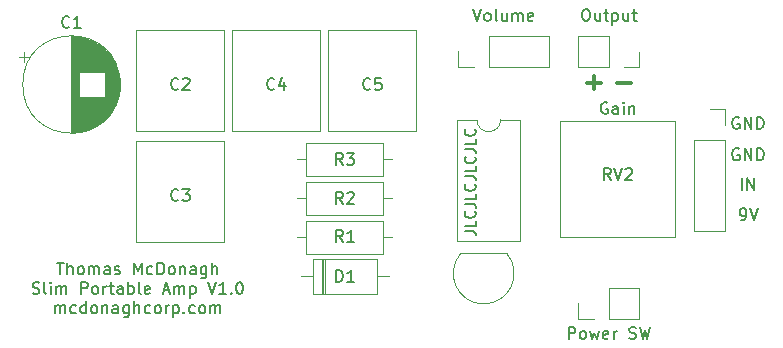
<source format=gbr>
G04 #@! TF.GenerationSoftware,KiCad,Pcbnew,(5.1.6)-1*
G04 #@! TF.CreationDate,2021-04-21T11:19:52-05:00*
G04 #@! TF.ProjectId,PortableAmpSlim,506f7274-6162-46c6-9541-6d70536c696d,rev?*
G04 #@! TF.SameCoordinates,Original*
G04 #@! TF.FileFunction,Legend,Top*
G04 #@! TF.FilePolarity,Positive*
%FSLAX46Y46*%
G04 Gerber Fmt 4.6, Leading zero omitted, Abs format (unit mm)*
G04 Created by KiCad (PCBNEW (5.1.6)-1) date 2021-04-21 11:19:52*
%MOMM*%
%LPD*%
G01*
G04 APERTURE LIST*
%ADD10C,0.150000*%
%ADD11C,0.300000*%
%ADD12C,0.120000*%
G04 APERTURE END LIST*
D10*
X144287142Y-77182142D02*
X144930000Y-77182142D01*
X145058571Y-77225000D01*
X145144285Y-77310714D01*
X145187142Y-77439285D01*
X145187142Y-77525000D01*
X145187142Y-76325000D02*
X145187142Y-76753571D01*
X144287142Y-76753571D01*
X145101428Y-75510714D02*
X145144285Y-75553571D01*
X145187142Y-75682142D01*
X145187142Y-75767857D01*
X145144285Y-75896428D01*
X145058571Y-75982142D01*
X144972857Y-76025000D01*
X144801428Y-76067857D01*
X144672857Y-76067857D01*
X144501428Y-76025000D01*
X144415714Y-75982142D01*
X144330000Y-75896428D01*
X144287142Y-75767857D01*
X144287142Y-75682142D01*
X144330000Y-75553571D01*
X144372857Y-75510714D01*
X144287142Y-74867857D02*
X144930000Y-74867857D01*
X145058571Y-74910714D01*
X145144285Y-74996428D01*
X145187142Y-75125000D01*
X145187142Y-75210714D01*
X145187142Y-74010714D02*
X145187142Y-74439285D01*
X144287142Y-74439285D01*
X145101428Y-73196428D02*
X145144285Y-73239285D01*
X145187142Y-73367857D01*
X145187142Y-73453571D01*
X145144285Y-73582142D01*
X145058571Y-73667857D01*
X144972857Y-73710714D01*
X144801428Y-73753571D01*
X144672857Y-73753571D01*
X144501428Y-73710714D01*
X144415714Y-73667857D01*
X144330000Y-73582142D01*
X144287142Y-73453571D01*
X144287142Y-73367857D01*
X144330000Y-73239285D01*
X144372857Y-73196428D01*
X144287142Y-72553571D02*
X144930000Y-72553571D01*
X145058571Y-72596428D01*
X145144285Y-72682142D01*
X145187142Y-72810714D01*
X145187142Y-72896428D01*
X145187142Y-71696428D02*
X145187142Y-72125000D01*
X144287142Y-72125000D01*
X145101428Y-70882142D02*
X145144285Y-70925000D01*
X145187142Y-71053571D01*
X145187142Y-71139285D01*
X145144285Y-71267857D01*
X145058571Y-71353571D01*
X144972857Y-71396428D01*
X144801428Y-71439285D01*
X144672857Y-71439285D01*
X144501428Y-71396428D01*
X144415714Y-71353571D01*
X144330000Y-71267857D01*
X144287142Y-71139285D01*
X144287142Y-71053571D01*
X144330000Y-70925000D01*
X144372857Y-70882142D01*
X144287142Y-70239285D02*
X144930000Y-70239285D01*
X145058571Y-70282142D01*
X145144285Y-70367857D01*
X145187142Y-70496428D01*
X145187142Y-70582142D01*
X145187142Y-69382142D02*
X145187142Y-69810714D01*
X144287142Y-69810714D01*
X145101428Y-68567857D02*
X145144285Y-68610714D01*
X145187142Y-68739285D01*
X145187142Y-68825000D01*
X145144285Y-68953571D01*
X145058571Y-69039285D01*
X144972857Y-69082142D01*
X144801428Y-69125000D01*
X144672857Y-69125000D01*
X144501428Y-69082142D01*
X144415714Y-69039285D01*
X144330000Y-68953571D01*
X144287142Y-68825000D01*
X144287142Y-68739285D01*
X144330000Y-68610714D01*
X144372857Y-68567857D01*
X109728857Y-79844380D02*
X110300285Y-79844380D01*
X110014571Y-80844380D02*
X110014571Y-79844380D01*
X110633619Y-80844380D02*
X110633619Y-79844380D01*
X111062190Y-80844380D02*
X111062190Y-80320571D01*
X111014571Y-80225333D01*
X110919333Y-80177714D01*
X110776476Y-80177714D01*
X110681238Y-80225333D01*
X110633619Y-80272952D01*
X111681238Y-80844380D02*
X111586000Y-80796761D01*
X111538380Y-80749142D01*
X111490761Y-80653904D01*
X111490761Y-80368190D01*
X111538380Y-80272952D01*
X111586000Y-80225333D01*
X111681238Y-80177714D01*
X111824095Y-80177714D01*
X111919333Y-80225333D01*
X111966952Y-80272952D01*
X112014571Y-80368190D01*
X112014571Y-80653904D01*
X111966952Y-80749142D01*
X111919333Y-80796761D01*
X111824095Y-80844380D01*
X111681238Y-80844380D01*
X112443142Y-80844380D02*
X112443142Y-80177714D01*
X112443142Y-80272952D02*
X112490761Y-80225333D01*
X112586000Y-80177714D01*
X112728857Y-80177714D01*
X112824095Y-80225333D01*
X112871714Y-80320571D01*
X112871714Y-80844380D01*
X112871714Y-80320571D02*
X112919333Y-80225333D01*
X113014571Y-80177714D01*
X113157428Y-80177714D01*
X113252666Y-80225333D01*
X113300285Y-80320571D01*
X113300285Y-80844380D01*
X114205047Y-80844380D02*
X114205047Y-80320571D01*
X114157428Y-80225333D01*
X114062190Y-80177714D01*
X113871714Y-80177714D01*
X113776476Y-80225333D01*
X114205047Y-80796761D02*
X114109809Y-80844380D01*
X113871714Y-80844380D01*
X113776476Y-80796761D01*
X113728857Y-80701523D01*
X113728857Y-80606285D01*
X113776476Y-80511047D01*
X113871714Y-80463428D01*
X114109809Y-80463428D01*
X114205047Y-80415809D01*
X114633619Y-80796761D02*
X114728857Y-80844380D01*
X114919333Y-80844380D01*
X115014571Y-80796761D01*
X115062190Y-80701523D01*
X115062190Y-80653904D01*
X115014571Y-80558666D01*
X114919333Y-80511047D01*
X114776476Y-80511047D01*
X114681238Y-80463428D01*
X114633619Y-80368190D01*
X114633619Y-80320571D01*
X114681238Y-80225333D01*
X114776476Y-80177714D01*
X114919333Y-80177714D01*
X115014571Y-80225333D01*
X116252666Y-80844380D02*
X116252666Y-79844380D01*
X116586000Y-80558666D01*
X116919333Y-79844380D01*
X116919333Y-80844380D01*
X117824095Y-80796761D02*
X117728857Y-80844380D01*
X117538380Y-80844380D01*
X117443142Y-80796761D01*
X117395523Y-80749142D01*
X117347904Y-80653904D01*
X117347904Y-80368190D01*
X117395523Y-80272952D01*
X117443142Y-80225333D01*
X117538380Y-80177714D01*
X117728857Y-80177714D01*
X117824095Y-80225333D01*
X118252666Y-80844380D02*
X118252666Y-79844380D01*
X118490761Y-79844380D01*
X118633619Y-79892000D01*
X118728857Y-79987238D01*
X118776476Y-80082476D01*
X118824095Y-80272952D01*
X118824095Y-80415809D01*
X118776476Y-80606285D01*
X118728857Y-80701523D01*
X118633619Y-80796761D01*
X118490761Y-80844380D01*
X118252666Y-80844380D01*
X119395523Y-80844380D02*
X119300285Y-80796761D01*
X119252666Y-80749142D01*
X119205047Y-80653904D01*
X119205047Y-80368190D01*
X119252666Y-80272952D01*
X119300285Y-80225333D01*
X119395523Y-80177714D01*
X119538380Y-80177714D01*
X119633619Y-80225333D01*
X119681238Y-80272952D01*
X119728857Y-80368190D01*
X119728857Y-80653904D01*
X119681238Y-80749142D01*
X119633619Y-80796761D01*
X119538380Y-80844380D01*
X119395523Y-80844380D01*
X120157428Y-80177714D02*
X120157428Y-80844380D01*
X120157428Y-80272952D02*
X120205047Y-80225333D01*
X120300285Y-80177714D01*
X120443142Y-80177714D01*
X120538380Y-80225333D01*
X120586000Y-80320571D01*
X120586000Y-80844380D01*
X121490761Y-80844380D02*
X121490761Y-80320571D01*
X121443142Y-80225333D01*
X121347904Y-80177714D01*
X121157428Y-80177714D01*
X121062190Y-80225333D01*
X121490761Y-80796761D02*
X121395523Y-80844380D01*
X121157428Y-80844380D01*
X121062190Y-80796761D01*
X121014571Y-80701523D01*
X121014571Y-80606285D01*
X121062190Y-80511047D01*
X121157428Y-80463428D01*
X121395523Y-80463428D01*
X121490761Y-80415809D01*
X122395523Y-80177714D02*
X122395523Y-80987238D01*
X122347904Y-81082476D01*
X122300285Y-81130095D01*
X122205047Y-81177714D01*
X122062190Y-81177714D01*
X121966952Y-81130095D01*
X122395523Y-80796761D02*
X122300285Y-80844380D01*
X122109809Y-80844380D01*
X122014571Y-80796761D01*
X121966952Y-80749142D01*
X121919333Y-80653904D01*
X121919333Y-80368190D01*
X121966952Y-80272952D01*
X122014571Y-80225333D01*
X122109809Y-80177714D01*
X122300285Y-80177714D01*
X122395523Y-80225333D01*
X122871714Y-80844380D02*
X122871714Y-79844380D01*
X123300285Y-80844380D02*
X123300285Y-80320571D01*
X123252666Y-80225333D01*
X123157428Y-80177714D01*
X123014571Y-80177714D01*
X122919333Y-80225333D01*
X122871714Y-80272952D01*
X107681238Y-82446761D02*
X107824095Y-82494380D01*
X108062190Y-82494380D01*
X108157428Y-82446761D01*
X108205047Y-82399142D01*
X108252666Y-82303904D01*
X108252666Y-82208666D01*
X108205047Y-82113428D01*
X108157428Y-82065809D01*
X108062190Y-82018190D01*
X107871714Y-81970571D01*
X107776476Y-81922952D01*
X107728857Y-81875333D01*
X107681238Y-81780095D01*
X107681238Y-81684857D01*
X107728857Y-81589619D01*
X107776476Y-81542000D01*
X107871714Y-81494380D01*
X108109809Y-81494380D01*
X108252666Y-81542000D01*
X108824095Y-82494380D02*
X108728857Y-82446761D01*
X108681238Y-82351523D01*
X108681238Y-81494380D01*
X109205047Y-82494380D02*
X109205047Y-81827714D01*
X109205047Y-81494380D02*
X109157428Y-81542000D01*
X109205047Y-81589619D01*
X109252666Y-81542000D01*
X109205047Y-81494380D01*
X109205047Y-81589619D01*
X109681238Y-82494380D02*
X109681238Y-81827714D01*
X109681238Y-81922952D02*
X109728857Y-81875333D01*
X109824095Y-81827714D01*
X109966952Y-81827714D01*
X110062190Y-81875333D01*
X110109809Y-81970571D01*
X110109809Y-82494380D01*
X110109809Y-81970571D02*
X110157428Y-81875333D01*
X110252666Y-81827714D01*
X110395523Y-81827714D01*
X110490761Y-81875333D01*
X110538380Y-81970571D01*
X110538380Y-82494380D01*
X111776476Y-82494380D02*
X111776476Y-81494380D01*
X112157428Y-81494380D01*
X112252666Y-81542000D01*
X112300285Y-81589619D01*
X112347904Y-81684857D01*
X112347904Y-81827714D01*
X112300285Y-81922952D01*
X112252666Y-81970571D01*
X112157428Y-82018190D01*
X111776476Y-82018190D01*
X112919333Y-82494380D02*
X112824095Y-82446761D01*
X112776476Y-82399142D01*
X112728857Y-82303904D01*
X112728857Y-82018190D01*
X112776476Y-81922952D01*
X112824095Y-81875333D01*
X112919333Y-81827714D01*
X113062190Y-81827714D01*
X113157428Y-81875333D01*
X113205047Y-81922952D01*
X113252666Y-82018190D01*
X113252666Y-82303904D01*
X113205047Y-82399142D01*
X113157428Y-82446761D01*
X113062190Y-82494380D01*
X112919333Y-82494380D01*
X113681238Y-82494380D02*
X113681238Y-81827714D01*
X113681238Y-82018190D02*
X113728857Y-81922952D01*
X113776476Y-81875333D01*
X113871714Y-81827714D01*
X113966952Y-81827714D01*
X114157428Y-81827714D02*
X114538380Y-81827714D01*
X114300285Y-81494380D02*
X114300285Y-82351523D01*
X114347904Y-82446761D01*
X114443142Y-82494380D01*
X114538380Y-82494380D01*
X115300285Y-82494380D02*
X115300285Y-81970571D01*
X115252666Y-81875333D01*
X115157428Y-81827714D01*
X114966952Y-81827714D01*
X114871714Y-81875333D01*
X115300285Y-82446761D02*
X115205047Y-82494380D01*
X114966952Y-82494380D01*
X114871714Y-82446761D01*
X114824095Y-82351523D01*
X114824095Y-82256285D01*
X114871714Y-82161047D01*
X114966952Y-82113428D01*
X115205047Y-82113428D01*
X115300285Y-82065809D01*
X115776476Y-82494380D02*
X115776476Y-81494380D01*
X115776476Y-81875333D02*
X115871714Y-81827714D01*
X116062190Y-81827714D01*
X116157428Y-81875333D01*
X116205047Y-81922952D01*
X116252666Y-82018190D01*
X116252666Y-82303904D01*
X116205047Y-82399142D01*
X116157428Y-82446761D01*
X116062190Y-82494380D01*
X115871714Y-82494380D01*
X115776476Y-82446761D01*
X116824095Y-82494380D02*
X116728857Y-82446761D01*
X116681238Y-82351523D01*
X116681238Y-81494380D01*
X117586000Y-82446761D02*
X117490761Y-82494380D01*
X117300285Y-82494380D01*
X117205047Y-82446761D01*
X117157428Y-82351523D01*
X117157428Y-81970571D01*
X117205047Y-81875333D01*
X117300285Y-81827714D01*
X117490761Y-81827714D01*
X117586000Y-81875333D01*
X117633619Y-81970571D01*
X117633619Y-82065809D01*
X117157428Y-82161047D01*
X118776476Y-82208666D02*
X119252666Y-82208666D01*
X118681238Y-82494380D02*
X119014571Y-81494380D01*
X119347904Y-82494380D01*
X119681238Y-82494380D02*
X119681238Y-81827714D01*
X119681238Y-81922952D02*
X119728857Y-81875333D01*
X119824095Y-81827714D01*
X119966952Y-81827714D01*
X120062190Y-81875333D01*
X120109809Y-81970571D01*
X120109809Y-82494380D01*
X120109809Y-81970571D02*
X120157428Y-81875333D01*
X120252666Y-81827714D01*
X120395523Y-81827714D01*
X120490761Y-81875333D01*
X120538380Y-81970571D01*
X120538380Y-82494380D01*
X121014571Y-81827714D02*
X121014571Y-82827714D01*
X121014571Y-81875333D02*
X121109809Y-81827714D01*
X121300285Y-81827714D01*
X121395523Y-81875333D01*
X121443142Y-81922952D01*
X121490761Y-82018190D01*
X121490761Y-82303904D01*
X121443142Y-82399142D01*
X121395523Y-82446761D01*
X121300285Y-82494380D01*
X121109809Y-82494380D01*
X121014571Y-82446761D01*
X122538380Y-81494380D02*
X122871714Y-82494380D01*
X123205047Y-81494380D01*
X124062190Y-82494380D02*
X123490761Y-82494380D01*
X123776476Y-82494380D02*
X123776476Y-81494380D01*
X123681238Y-81637238D01*
X123586000Y-81732476D01*
X123490761Y-81780095D01*
X124490761Y-82399142D02*
X124538380Y-82446761D01*
X124490761Y-82494380D01*
X124443142Y-82446761D01*
X124490761Y-82399142D01*
X124490761Y-82494380D01*
X125157428Y-81494380D02*
X125252666Y-81494380D01*
X125347904Y-81542000D01*
X125395523Y-81589619D01*
X125443142Y-81684857D01*
X125490761Y-81875333D01*
X125490761Y-82113428D01*
X125443142Y-82303904D01*
X125395523Y-82399142D01*
X125347904Y-82446761D01*
X125252666Y-82494380D01*
X125157428Y-82494380D01*
X125062190Y-82446761D01*
X125014571Y-82399142D01*
X124966952Y-82303904D01*
X124919333Y-82113428D01*
X124919333Y-81875333D01*
X124966952Y-81684857D01*
X125014571Y-81589619D01*
X125062190Y-81542000D01*
X125157428Y-81494380D01*
X109586000Y-84144380D02*
X109586000Y-83477714D01*
X109586000Y-83572952D02*
X109633619Y-83525333D01*
X109728857Y-83477714D01*
X109871714Y-83477714D01*
X109966952Y-83525333D01*
X110014571Y-83620571D01*
X110014571Y-84144380D01*
X110014571Y-83620571D02*
X110062190Y-83525333D01*
X110157428Y-83477714D01*
X110300285Y-83477714D01*
X110395523Y-83525333D01*
X110443142Y-83620571D01*
X110443142Y-84144380D01*
X111347904Y-84096761D02*
X111252666Y-84144380D01*
X111062190Y-84144380D01*
X110966952Y-84096761D01*
X110919333Y-84049142D01*
X110871714Y-83953904D01*
X110871714Y-83668190D01*
X110919333Y-83572952D01*
X110966952Y-83525333D01*
X111062190Y-83477714D01*
X111252666Y-83477714D01*
X111347904Y-83525333D01*
X112205047Y-84144380D02*
X112205047Y-83144380D01*
X112205047Y-84096761D02*
X112109809Y-84144380D01*
X111919333Y-84144380D01*
X111824095Y-84096761D01*
X111776476Y-84049142D01*
X111728857Y-83953904D01*
X111728857Y-83668190D01*
X111776476Y-83572952D01*
X111824095Y-83525333D01*
X111919333Y-83477714D01*
X112109809Y-83477714D01*
X112205047Y-83525333D01*
X112824095Y-84144380D02*
X112728857Y-84096761D01*
X112681238Y-84049142D01*
X112633619Y-83953904D01*
X112633619Y-83668190D01*
X112681238Y-83572952D01*
X112728857Y-83525333D01*
X112824095Y-83477714D01*
X112966952Y-83477714D01*
X113062190Y-83525333D01*
X113109809Y-83572952D01*
X113157428Y-83668190D01*
X113157428Y-83953904D01*
X113109809Y-84049142D01*
X113062190Y-84096761D01*
X112966952Y-84144380D01*
X112824095Y-84144380D01*
X113586000Y-83477714D02*
X113586000Y-84144380D01*
X113586000Y-83572952D02*
X113633619Y-83525333D01*
X113728857Y-83477714D01*
X113871714Y-83477714D01*
X113966952Y-83525333D01*
X114014571Y-83620571D01*
X114014571Y-84144380D01*
X114919333Y-84144380D02*
X114919333Y-83620571D01*
X114871714Y-83525333D01*
X114776476Y-83477714D01*
X114586000Y-83477714D01*
X114490761Y-83525333D01*
X114919333Y-84096761D02*
X114824095Y-84144380D01*
X114586000Y-84144380D01*
X114490761Y-84096761D01*
X114443142Y-84001523D01*
X114443142Y-83906285D01*
X114490761Y-83811047D01*
X114586000Y-83763428D01*
X114824095Y-83763428D01*
X114919333Y-83715809D01*
X115824095Y-83477714D02*
X115824095Y-84287238D01*
X115776476Y-84382476D01*
X115728857Y-84430095D01*
X115633619Y-84477714D01*
X115490761Y-84477714D01*
X115395523Y-84430095D01*
X115824095Y-84096761D02*
X115728857Y-84144380D01*
X115538380Y-84144380D01*
X115443142Y-84096761D01*
X115395523Y-84049142D01*
X115347904Y-83953904D01*
X115347904Y-83668190D01*
X115395523Y-83572952D01*
X115443142Y-83525333D01*
X115538380Y-83477714D01*
X115728857Y-83477714D01*
X115824095Y-83525333D01*
X116300285Y-84144380D02*
X116300285Y-83144380D01*
X116728857Y-84144380D02*
X116728857Y-83620571D01*
X116681238Y-83525333D01*
X116586000Y-83477714D01*
X116443142Y-83477714D01*
X116347904Y-83525333D01*
X116300285Y-83572952D01*
X117633619Y-84096761D02*
X117538380Y-84144380D01*
X117347904Y-84144380D01*
X117252666Y-84096761D01*
X117205047Y-84049142D01*
X117157428Y-83953904D01*
X117157428Y-83668190D01*
X117205047Y-83572952D01*
X117252666Y-83525333D01*
X117347904Y-83477714D01*
X117538380Y-83477714D01*
X117633619Y-83525333D01*
X118205047Y-84144380D02*
X118109809Y-84096761D01*
X118062190Y-84049142D01*
X118014571Y-83953904D01*
X118014571Y-83668190D01*
X118062190Y-83572952D01*
X118109809Y-83525333D01*
X118205047Y-83477714D01*
X118347904Y-83477714D01*
X118443142Y-83525333D01*
X118490761Y-83572952D01*
X118538380Y-83668190D01*
X118538380Y-83953904D01*
X118490761Y-84049142D01*
X118443142Y-84096761D01*
X118347904Y-84144380D01*
X118205047Y-84144380D01*
X118966952Y-84144380D02*
X118966952Y-83477714D01*
X118966952Y-83668190D02*
X119014571Y-83572952D01*
X119062190Y-83525333D01*
X119157428Y-83477714D01*
X119252666Y-83477714D01*
X119586000Y-83477714D02*
X119586000Y-84477714D01*
X119586000Y-83525333D02*
X119681238Y-83477714D01*
X119871714Y-83477714D01*
X119966952Y-83525333D01*
X120014571Y-83572952D01*
X120062190Y-83668190D01*
X120062190Y-83953904D01*
X120014571Y-84049142D01*
X119966952Y-84096761D01*
X119871714Y-84144380D01*
X119681238Y-84144380D01*
X119586000Y-84096761D01*
X120490761Y-84049142D02*
X120538380Y-84096761D01*
X120490761Y-84144380D01*
X120443142Y-84096761D01*
X120490761Y-84049142D01*
X120490761Y-84144380D01*
X121395523Y-84096761D02*
X121300285Y-84144380D01*
X121109809Y-84144380D01*
X121014571Y-84096761D01*
X120966952Y-84049142D01*
X120919333Y-83953904D01*
X120919333Y-83668190D01*
X120966952Y-83572952D01*
X121014571Y-83525333D01*
X121109809Y-83477714D01*
X121300285Y-83477714D01*
X121395523Y-83525333D01*
X121966952Y-84144380D02*
X121871714Y-84096761D01*
X121824095Y-84049142D01*
X121776476Y-83953904D01*
X121776476Y-83668190D01*
X121824095Y-83572952D01*
X121871714Y-83525333D01*
X121966952Y-83477714D01*
X122109809Y-83477714D01*
X122205047Y-83525333D01*
X122252666Y-83572952D01*
X122300285Y-83668190D01*
X122300285Y-83953904D01*
X122252666Y-84049142D01*
X122205047Y-84096761D01*
X122109809Y-84144380D01*
X121966952Y-84144380D01*
X122728857Y-84144380D02*
X122728857Y-83477714D01*
X122728857Y-83572952D02*
X122776476Y-83525333D01*
X122871714Y-83477714D01*
X123014571Y-83477714D01*
X123109809Y-83525333D01*
X123157428Y-83620571D01*
X123157428Y-84144380D01*
X123157428Y-83620571D02*
X123205047Y-83525333D01*
X123300285Y-83477714D01*
X123443142Y-83477714D01*
X123538380Y-83525333D01*
X123586000Y-83620571D01*
X123586000Y-84144380D01*
X167630952Y-76262380D02*
X167821428Y-76262380D01*
X167916666Y-76214761D01*
X167964285Y-76167142D01*
X168059523Y-76024285D01*
X168107142Y-75833809D01*
X168107142Y-75452857D01*
X168059523Y-75357619D01*
X168011904Y-75310000D01*
X167916666Y-75262380D01*
X167726190Y-75262380D01*
X167630952Y-75310000D01*
X167583333Y-75357619D01*
X167535714Y-75452857D01*
X167535714Y-75690952D01*
X167583333Y-75786190D01*
X167630952Y-75833809D01*
X167726190Y-75881428D01*
X167916666Y-75881428D01*
X168011904Y-75833809D01*
X168059523Y-75786190D01*
X168107142Y-75690952D01*
X168392857Y-75262380D02*
X168726190Y-76262380D01*
X169059523Y-75262380D01*
X167726190Y-73722380D02*
X167726190Y-72722380D01*
X168202380Y-73722380D02*
X168202380Y-72722380D01*
X168773809Y-73722380D01*
X168773809Y-72722380D01*
X167488095Y-70230000D02*
X167392857Y-70182380D01*
X167250000Y-70182380D01*
X167107142Y-70230000D01*
X167011904Y-70325238D01*
X166964285Y-70420476D01*
X166916666Y-70610952D01*
X166916666Y-70753809D01*
X166964285Y-70944285D01*
X167011904Y-71039523D01*
X167107142Y-71134761D01*
X167250000Y-71182380D01*
X167345238Y-71182380D01*
X167488095Y-71134761D01*
X167535714Y-71087142D01*
X167535714Y-70753809D01*
X167345238Y-70753809D01*
X167964285Y-71182380D02*
X167964285Y-70182380D01*
X168535714Y-71182380D01*
X168535714Y-70182380D01*
X169011904Y-71182380D02*
X169011904Y-70182380D01*
X169250000Y-70182380D01*
X169392857Y-70230000D01*
X169488095Y-70325238D01*
X169535714Y-70420476D01*
X169583333Y-70610952D01*
X169583333Y-70753809D01*
X169535714Y-70944285D01*
X169488095Y-71039523D01*
X169392857Y-71134761D01*
X169250000Y-71182380D01*
X169011904Y-71182380D01*
X167488095Y-67572000D02*
X167392857Y-67524380D01*
X167250000Y-67524380D01*
X167107142Y-67572000D01*
X167011904Y-67667238D01*
X166964285Y-67762476D01*
X166916666Y-67952952D01*
X166916666Y-68095809D01*
X166964285Y-68286285D01*
X167011904Y-68381523D01*
X167107142Y-68476761D01*
X167250000Y-68524380D01*
X167345238Y-68524380D01*
X167488095Y-68476761D01*
X167535714Y-68429142D01*
X167535714Y-68095809D01*
X167345238Y-68095809D01*
X167964285Y-68524380D02*
X167964285Y-67524380D01*
X168535714Y-68524380D01*
X168535714Y-67524380D01*
X169011904Y-68524380D02*
X169011904Y-67524380D01*
X169250000Y-67524380D01*
X169392857Y-67572000D01*
X169488095Y-67667238D01*
X169535714Y-67762476D01*
X169583333Y-67952952D01*
X169583333Y-68095809D01*
X169535714Y-68286285D01*
X169488095Y-68381523D01*
X169392857Y-68476761D01*
X169250000Y-68524380D01*
X169011904Y-68524380D01*
X153059238Y-86304380D02*
X153059238Y-85304380D01*
X153440190Y-85304380D01*
X153535428Y-85352000D01*
X153583047Y-85399619D01*
X153630666Y-85494857D01*
X153630666Y-85637714D01*
X153583047Y-85732952D01*
X153535428Y-85780571D01*
X153440190Y-85828190D01*
X153059238Y-85828190D01*
X154202095Y-86304380D02*
X154106857Y-86256761D01*
X154059238Y-86209142D01*
X154011619Y-86113904D01*
X154011619Y-85828190D01*
X154059238Y-85732952D01*
X154106857Y-85685333D01*
X154202095Y-85637714D01*
X154344952Y-85637714D01*
X154440190Y-85685333D01*
X154487809Y-85732952D01*
X154535428Y-85828190D01*
X154535428Y-86113904D01*
X154487809Y-86209142D01*
X154440190Y-86256761D01*
X154344952Y-86304380D01*
X154202095Y-86304380D01*
X154868761Y-85637714D02*
X155059238Y-86304380D01*
X155249714Y-85828190D01*
X155440190Y-86304380D01*
X155630666Y-85637714D01*
X156392571Y-86256761D02*
X156297333Y-86304380D01*
X156106857Y-86304380D01*
X156011619Y-86256761D01*
X155964000Y-86161523D01*
X155964000Y-85780571D01*
X156011619Y-85685333D01*
X156106857Y-85637714D01*
X156297333Y-85637714D01*
X156392571Y-85685333D01*
X156440190Y-85780571D01*
X156440190Y-85875809D01*
X155964000Y-85971047D01*
X156868761Y-86304380D02*
X156868761Y-85637714D01*
X156868761Y-85828190D02*
X156916380Y-85732952D01*
X156964000Y-85685333D01*
X157059238Y-85637714D01*
X157154476Y-85637714D01*
X158202095Y-86256761D02*
X158344952Y-86304380D01*
X158583047Y-86304380D01*
X158678285Y-86256761D01*
X158725904Y-86209142D01*
X158773523Y-86113904D01*
X158773523Y-86018666D01*
X158725904Y-85923428D01*
X158678285Y-85875809D01*
X158583047Y-85828190D01*
X158392571Y-85780571D01*
X158297333Y-85732952D01*
X158249714Y-85685333D01*
X158202095Y-85590095D01*
X158202095Y-85494857D01*
X158249714Y-85399619D01*
X158297333Y-85352000D01*
X158392571Y-85304380D01*
X158630666Y-85304380D01*
X158773523Y-85352000D01*
X159106857Y-85304380D02*
X159344952Y-86304380D01*
X159535428Y-85590095D01*
X159725904Y-86304380D01*
X159964000Y-85304380D01*
D11*
X157162571Y-64607142D02*
X158305428Y-64607142D01*
X154622571Y-64607142D02*
X155765428Y-64607142D01*
X155194000Y-65178571D02*
X155194000Y-64035714D01*
D10*
X144978761Y-58380380D02*
X145312095Y-59380380D01*
X145645428Y-58380380D01*
X146121619Y-59380380D02*
X146026380Y-59332761D01*
X145978761Y-59285142D01*
X145931142Y-59189904D01*
X145931142Y-58904190D01*
X145978761Y-58808952D01*
X146026380Y-58761333D01*
X146121619Y-58713714D01*
X146264476Y-58713714D01*
X146359714Y-58761333D01*
X146407333Y-58808952D01*
X146454952Y-58904190D01*
X146454952Y-59189904D01*
X146407333Y-59285142D01*
X146359714Y-59332761D01*
X146264476Y-59380380D01*
X146121619Y-59380380D01*
X147026380Y-59380380D02*
X146931142Y-59332761D01*
X146883523Y-59237523D01*
X146883523Y-58380380D01*
X147835904Y-58713714D02*
X147835904Y-59380380D01*
X147407333Y-58713714D02*
X147407333Y-59237523D01*
X147454952Y-59332761D01*
X147550190Y-59380380D01*
X147693047Y-59380380D01*
X147788285Y-59332761D01*
X147835904Y-59285142D01*
X148312095Y-59380380D02*
X148312095Y-58713714D01*
X148312095Y-58808952D02*
X148359714Y-58761333D01*
X148454952Y-58713714D01*
X148597809Y-58713714D01*
X148693047Y-58761333D01*
X148740666Y-58856571D01*
X148740666Y-59380380D01*
X148740666Y-58856571D02*
X148788285Y-58761333D01*
X148883523Y-58713714D01*
X149026380Y-58713714D01*
X149121619Y-58761333D01*
X149169238Y-58856571D01*
X149169238Y-59380380D01*
X150026380Y-59332761D02*
X149931142Y-59380380D01*
X149740666Y-59380380D01*
X149645428Y-59332761D01*
X149597809Y-59237523D01*
X149597809Y-58856571D01*
X149645428Y-58761333D01*
X149740666Y-58713714D01*
X149931142Y-58713714D01*
X150026380Y-58761333D01*
X150074000Y-58856571D01*
X150074000Y-58951809D01*
X149597809Y-59047047D01*
X156345047Y-66302000D02*
X156249809Y-66254380D01*
X156106952Y-66254380D01*
X155964095Y-66302000D01*
X155868857Y-66397238D01*
X155821238Y-66492476D01*
X155773619Y-66682952D01*
X155773619Y-66825809D01*
X155821238Y-67016285D01*
X155868857Y-67111523D01*
X155964095Y-67206761D01*
X156106952Y-67254380D01*
X156202190Y-67254380D01*
X156345047Y-67206761D01*
X156392666Y-67159142D01*
X156392666Y-66825809D01*
X156202190Y-66825809D01*
X157249809Y-67254380D02*
X157249809Y-66730571D01*
X157202190Y-66635333D01*
X157106952Y-66587714D01*
X156916476Y-66587714D01*
X156821238Y-66635333D01*
X157249809Y-67206761D02*
X157154571Y-67254380D01*
X156916476Y-67254380D01*
X156821238Y-67206761D01*
X156773619Y-67111523D01*
X156773619Y-67016285D01*
X156821238Y-66921047D01*
X156916476Y-66873428D01*
X157154571Y-66873428D01*
X157249809Y-66825809D01*
X157726000Y-67254380D02*
X157726000Y-66587714D01*
X157726000Y-66254380D02*
X157678380Y-66302000D01*
X157726000Y-66349619D01*
X157773619Y-66302000D01*
X157726000Y-66254380D01*
X157726000Y-66349619D01*
X158202190Y-66587714D02*
X158202190Y-67254380D01*
X158202190Y-66682952D02*
X158249809Y-66635333D01*
X158345047Y-66587714D01*
X158487904Y-66587714D01*
X158583142Y-66635333D01*
X158630761Y-66730571D01*
X158630761Y-67254380D01*
X154440190Y-58380380D02*
X154630666Y-58380380D01*
X154725904Y-58428000D01*
X154821142Y-58523238D01*
X154868761Y-58713714D01*
X154868761Y-59047047D01*
X154821142Y-59237523D01*
X154725904Y-59332761D01*
X154630666Y-59380380D01*
X154440190Y-59380380D01*
X154344952Y-59332761D01*
X154249714Y-59237523D01*
X154202095Y-59047047D01*
X154202095Y-58713714D01*
X154249714Y-58523238D01*
X154344952Y-58428000D01*
X154440190Y-58380380D01*
X155725904Y-58713714D02*
X155725904Y-59380380D01*
X155297333Y-58713714D02*
X155297333Y-59237523D01*
X155344952Y-59332761D01*
X155440190Y-59380380D01*
X155583047Y-59380380D01*
X155678285Y-59332761D01*
X155725904Y-59285142D01*
X156059238Y-58713714D02*
X156440190Y-58713714D01*
X156202095Y-58380380D02*
X156202095Y-59237523D01*
X156249714Y-59332761D01*
X156344952Y-59380380D01*
X156440190Y-59380380D01*
X156773523Y-58713714D02*
X156773523Y-59713714D01*
X156773523Y-58761333D02*
X156868761Y-58713714D01*
X157059238Y-58713714D01*
X157154476Y-58761333D01*
X157202095Y-58808952D01*
X157249714Y-58904190D01*
X157249714Y-59189904D01*
X157202095Y-59285142D01*
X157154476Y-59332761D01*
X157059238Y-59380380D01*
X156868761Y-59380380D01*
X156773523Y-59332761D01*
X158106857Y-58713714D02*
X158106857Y-59380380D01*
X157678285Y-58713714D02*
X157678285Y-59237523D01*
X157725904Y-59332761D01*
X157821142Y-59380380D01*
X157964000Y-59380380D01*
X158059238Y-59332761D01*
X158106857Y-59285142D01*
X158440190Y-58713714D02*
X158821142Y-58713714D01*
X158583047Y-58380380D02*
X158583047Y-59237523D01*
X158630666Y-59332761D01*
X158725904Y-59380380D01*
X158821142Y-59380380D01*
D12*
G04 #@! TO.C,C1*
X115090000Y-64770000D02*
G75*
G03*
X115090000Y-64770000I-4120000J0D01*
G01*
X110970000Y-60690000D02*
X110970000Y-68850000D01*
X111010000Y-60690000D02*
X111010000Y-68850000D01*
X111050000Y-60690000D02*
X111050000Y-68850000D01*
X111090000Y-60691000D02*
X111090000Y-68849000D01*
X111130000Y-60693000D02*
X111130000Y-68847000D01*
X111170000Y-60694000D02*
X111170000Y-68846000D01*
X111210000Y-60696000D02*
X111210000Y-68844000D01*
X111250000Y-60699000D02*
X111250000Y-68841000D01*
X111290000Y-60702000D02*
X111290000Y-68838000D01*
X111330000Y-60705000D02*
X111330000Y-68835000D01*
X111370000Y-60709000D02*
X111370000Y-68831000D01*
X111410000Y-60713000D02*
X111410000Y-68827000D01*
X111450000Y-60718000D02*
X111450000Y-68822000D01*
X111490000Y-60722000D02*
X111490000Y-68818000D01*
X111530000Y-60728000D02*
X111530000Y-68812000D01*
X111570000Y-60733000D02*
X111570000Y-68807000D01*
X111610000Y-60740000D02*
X111610000Y-68800000D01*
X111650000Y-60746000D02*
X111650000Y-68794000D01*
X111691000Y-60753000D02*
X111691000Y-63730000D01*
X111691000Y-65810000D02*
X111691000Y-68787000D01*
X111731000Y-60760000D02*
X111731000Y-63730000D01*
X111731000Y-65810000D02*
X111731000Y-68780000D01*
X111771000Y-60768000D02*
X111771000Y-63730000D01*
X111771000Y-65810000D02*
X111771000Y-68772000D01*
X111811000Y-60776000D02*
X111811000Y-63730000D01*
X111811000Y-65810000D02*
X111811000Y-68764000D01*
X111851000Y-60785000D02*
X111851000Y-63730000D01*
X111851000Y-65810000D02*
X111851000Y-68755000D01*
X111891000Y-60794000D02*
X111891000Y-63730000D01*
X111891000Y-65810000D02*
X111891000Y-68746000D01*
X111931000Y-60803000D02*
X111931000Y-63730000D01*
X111931000Y-65810000D02*
X111931000Y-68737000D01*
X111971000Y-60813000D02*
X111971000Y-63730000D01*
X111971000Y-65810000D02*
X111971000Y-68727000D01*
X112011000Y-60823000D02*
X112011000Y-63730000D01*
X112011000Y-65810000D02*
X112011000Y-68717000D01*
X112051000Y-60834000D02*
X112051000Y-63730000D01*
X112051000Y-65810000D02*
X112051000Y-68706000D01*
X112091000Y-60845000D02*
X112091000Y-63730000D01*
X112091000Y-65810000D02*
X112091000Y-68695000D01*
X112131000Y-60856000D02*
X112131000Y-63730000D01*
X112131000Y-65810000D02*
X112131000Y-68684000D01*
X112171000Y-60868000D02*
X112171000Y-63730000D01*
X112171000Y-65810000D02*
X112171000Y-68672000D01*
X112211000Y-60881000D02*
X112211000Y-63730000D01*
X112211000Y-65810000D02*
X112211000Y-68659000D01*
X112251000Y-60893000D02*
X112251000Y-63730000D01*
X112251000Y-65810000D02*
X112251000Y-68647000D01*
X112291000Y-60907000D02*
X112291000Y-63730000D01*
X112291000Y-65810000D02*
X112291000Y-68633000D01*
X112331000Y-60920000D02*
X112331000Y-63730000D01*
X112331000Y-65810000D02*
X112331000Y-68620000D01*
X112371000Y-60935000D02*
X112371000Y-63730000D01*
X112371000Y-65810000D02*
X112371000Y-68605000D01*
X112411000Y-60949000D02*
X112411000Y-63730000D01*
X112411000Y-65810000D02*
X112411000Y-68591000D01*
X112451000Y-60965000D02*
X112451000Y-63730000D01*
X112451000Y-65810000D02*
X112451000Y-68575000D01*
X112491000Y-60980000D02*
X112491000Y-63730000D01*
X112491000Y-65810000D02*
X112491000Y-68560000D01*
X112531000Y-60996000D02*
X112531000Y-63730000D01*
X112531000Y-65810000D02*
X112531000Y-68544000D01*
X112571000Y-61013000D02*
X112571000Y-63730000D01*
X112571000Y-65810000D02*
X112571000Y-68527000D01*
X112611000Y-61030000D02*
X112611000Y-63730000D01*
X112611000Y-65810000D02*
X112611000Y-68510000D01*
X112651000Y-61048000D02*
X112651000Y-63730000D01*
X112651000Y-65810000D02*
X112651000Y-68492000D01*
X112691000Y-61066000D02*
X112691000Y-63730000D01*
X112691000Y-65810000D02*
X112691000Y-68474000D01*
X112731000Y-61084000D02*
X112731000Y-63730000D01*
X112731000Y-65810000D02*
X112731000Y-68456000D01*
X112771000Y-61104000D02*
X112771000Y-63730000D01*
X112771000Y-65810000D02*
X112771000Y-68436000D01*
X112811000Y-61123000D02*
X112811000Y-63730000D01*
X112811000Y-65810000D02*
X112811000Y-68417000D01*
X112851000Y-61143000D02*
X112851000Y-63730000D01*
X112851000Y-65810000D02*
X112851000Y-68397000D01*
X112891000Y-61164000D02*
X112891000Y-63730000D01*
X112891000Y-65810000D02*
X112891000Y-68376000D01*
X112931000Y-61186000D02*
X112931000Y-63730000D01*
X112931000Y-65810000D02*
X112931000Y-68354000D01*
X112971000Y-61208000D02*
X112971000Y-63730000D01*
X112971000Y-65810000D02*
X112971000Y-68332000D01*
X113011000Y-61230000D02*
X113011000Y-63730000D01*
X113011000Y-65810000D02*
X113011000Y-68310000D01*
X113051000Y-61253000D02*
X113051000Y-63730000D01*
X113051000Y-65810000D02*
X113051000Y-68287000D01*
X113091000Y-61277000D02*
X113091000Y-63730000D01*
X113091000Y-65810000D02*
X113091000Y-68263000D01*
X113131000Y-61301000D02*
X113131000Y-63730000D01*
X113131000Y-65810000D02*
X113131000Y-68239000D01*
X113171000Y-61326000D02*
X113171000Y-63730000D01*
X113171000Y-65810000D02*
X113171000Y-68214000D01*
X113211000Y-61352000D02*
X113211000Y-63730000D01*
X113211000Y-65810000D02*
X113211000Y-68188000D01*
X113251000Y-61378000D02*
X113251000Y-63730000D01*
X113251000Y-65810000D02*
X113251000Y-68162000D01*
X113291000Y-61405000D02*
X113291000Y-63730000D01*
X113291000Y-65810000D02*
X113291000Y-68135000D01*
X113331000Y-61432000D02*
X113331000Y-63730000D01*
X113331000Y-65810000D02*
X113331000Y-68108000D01*
X113371000Y-61461000D02*
X113371000Y-63730000D01*
X113371000Y-65810000D02*
X113371000Y-68079000D01*
X113411000Y-61490000D02*
X113411000Y-63730000D01*
X113411000Y-65810000D02*
X113411000Y-68050000D01*
X113451000Y-61520000D02*
X113451000Y-63730000D01*
X113451000Y-65810000D02*
X113451000Y-68020000D01*
X113491000Y-61550000D02*
X113491000Y-63730000D01*
X113491000Y-65810000D02*
X113491000Y-67990000D01*
X113531000Y-61581000D02*
X113531000Y-63730000D01*
X113531000Y-65810000D02*
X113531000Y-67959000D01*
X113571000Y-61614000D02*
X113571000Y-63730000D01*
X113571000Y-65810000D02*
X113571000Y-67926000D01*
X113611000Y-61646000D02*
X113611000Y-63730000D01*
X113611000Y-65810000D02*
X113611000Y-67894000D01*
X113651000Y-61680000D02*
X113651000Y-63730000D01*
X113651000Y-65810000D02*
X113651000Y-67860000D01*
X113691000Y-61715000D02*
X113691000Y-63730000D01*
X113691000Y-65810000D02*
X113691000Y-67825000D01*
X113731000Y-61751000D02*
X113731000Y-63730000D01*
X113731000Y-65810000D02*
X113731000Y-67789000D01*
X113771000Y-61787000D02*
X113771000Y-67753000D01*
X113811000Y-61825000D02*
X113811000Y-67715000D01*
X113851000Y-61863000D02*
X113851000Y-67677000D01*
X113891000Y-61903000D02*
X113891000Y-67637000D01*
X113931000Y-61944000D02*
X113931000Y-67596000D01*
X113971000Y-61986000D02*
X113971000Y-67554000D01*
X114011000Y-62029000D02*
X114011000Y-67511000D01*
X114051000Y-62073000D02*
X114051000Y-67467000D01*
X114091000Y-62119000D02*
X114091000Y-67421000D01*
X114131000Y-62166000D02*
X114131000Y-67374000D01*
X114171000Y-62214000D02*
X114171000Y-67326000D01*
X114211000Y-62265000D02*
X114211000Y-67275000D01*
X114251000Y-62316000D02*
X114251000Y-67224000D01*
X114291000Y-62370000D02*
X114291000Y-67170000D01*
X114331000Y-62425000D02*
X114331000Y-67115000D01*
X114371000Y-62483000D02*
X114371000Y-67057000D01*
X114411000Y-62542000D02*
X114411000Y-66998000D01*
X114451000Y-62604000D02*
X114451000Y-66936000D01*
X114491000Y-62668000D02*
X114491000Y-66872000D01*
X114531000Y-62736000D02*
X114531000Y-66804000D01*
X114571000Y-62806000D02*
X114571000Y-66734000D01*
X114611000Y-62880000D02*
X114611000Y-66660000D01*
X114651000Y-62957000D02*
X114651000Y-66583000D01*
X114691000Y-63039000D02*
X114691000Y-66501000D01*
X114731000Y-63125000D02*
X114731000Y-66415000D01*
X114771000Y-63218000D02*
X114771000Y-66322000D01*
X114811000Y-63317000D02*
X114811000Y-66223000D01*
X114851000Y-63424000D02*
X114851000Y-66116000D01*
X114891000Y-63541000D02*
X114891000Y-65999000D01*
X114931000Y-63672000D02*
X114931000Y-65868000D01*
X114971000Y-63822000D02*
X114971000Y-65718000D01*
X115011000Y-64002000D02*
X115011000Y-65538000D01*
X115051000Y-64237000D02*
X115051000Y-65303000D01*
X106560302Y-62455000D02*
X107360302Y-62455000D01*
X106960302Y-62055000D02*
X106960302Y-62855000D01*
G04 #@! TO.C,C2*
X116462000Y-68680000D02*
X116462000Y-60190000D01*
X123902000Y-68680000D02*
X123902000Y-60190000D01*
X123902000Y-60190000D02*
X116462000Y-60190000D01*
X123902000Y-68680000D02*
X116462000Y-68680000D01*
G04 #@! TO.C,C3*
X123902000Y-78078000D02*
X116462000Y-78078000D01*
X123902000Y-69588000D02*
X116462000Y-69588000D01*
X123902000Y-78078000D02*
X123902000Y-69588000D01*
X116462000Y-78078000D02*
X116462000Y-69588000D01*
G04 #@! TO.C,C4*
X132030000Y-68680000D02*
X124590000Y-68680000D01*
X132030000Y-60190000D02*
X124590000Y-60190000D01*
X132030000Y-68680000D02*
X132030000Y-60190000D01*
X124590000Y-68680000D02*
X124590000Y-60190000D01*
G04 #@! TO.C,C5*
X132718000Y-68680000D02*
X132718000Y-60190000D01*
X140158000Y-68680000D02*
X140158000Y-60190000D01*
X140158000Y-60190000D02*
X132718000Y-60190000D01*
X140158000Y-68680000D02*
X132718000Y-68680000D01*
G04 #@! TO.C,D1*
X131392000Y-79556000D02*
X131392000Y-82496000D01*
X131392000Y-82496000D02*
X136832000Y-82496000D01*
X136832000Y-82496000D02*
X136832000Y-79556000D01*
X136832000Y-79556000D02*
X131392000Y-79556000D01*
X130372000Y-81026000D02*
X131392000Y-81026000D01*
X137852000Y-81026000D02*
X136832000Y-81026000D01*
X132292000Y-79556000D02*
X132292000Y-82496000D01*
X132412000Y-79556000D02*
X132412000Y-82496000D01*
X132172000Y-79556000D02*
X132172000Y-82496000D01*
G04 #@! TO.C,J1*
X163670000Y-69460000D02*
X166330000Y-69460000D01*
X163670000Y-69460000D02*
X163670000Y-77140000D01*
X163670000Y-77140000D02*
X166330000Y-77140000D01*
X166330000Y-69460000D02*
X166330000Y-77140000D01*
X166330000Y-66860000D02*
X166330000Y-68190000D01*
X165000000Y-66860000D02*
X166330000Y-66860000D01*
G04 #@! TO.C,J2*
X156464000Y-60670000D02*
X156464000Y-63330000D01*
X156464000Y-60670000D02*
X153864000Y-60670000D01*
X153864000Y-60670000D02*
X153864000Y-63330000D01*
X156464000Y-63330000D02*
X153864000Y-63330000D01*
X159064000Y-63330000D02*
X157734000Y-63330000D01*
X159064000Y-62000000D02*
X159064000Y-63330000D01*
G04 #@! TO.C,Q1*
X147816000Y-79072000D02*
X143966000Y-79072000D01*
X143927389Y-79081878D02*
G75*
G03*
X147816000Y-79072000I1948611J-1690122D01*
G01*
G04 #@! TO.C,R1*
X130072000Y-77724000D02*
X130842000Y-77724000D01*
X138152000Y-77724000D02*
X137382000Y-77724000D01*
X130842000Y-79094000D02*
X137382000Y-79094000D01*
X130842000Y-76354000D02*
X130842000Y-79094000D01*
X137382000Y-76354000D02*
X130842000Y-76354000D01*
X137382000Y-79094000D02*
X137382000Y-76354000D01*
G04 #@! TO.C,R2*
X137382000Y-75792000D02*
X137382000Y-73052000D01*
X137382000Y-73052000D02*
X130842000Y-73052000D01*
X130842000Y-73052000D02*
X130842000Y-75792000D01*
X130842000Y-75792000D02*
X137382000Y-75792000D01*
X138152000Y-74422000D02*
X137382000Y-74422000D01*
X130072000Y-74422000D02*
X130842000Y-74422000D01*
G04 #@! TO.C,R3*
X137382000Y-72490000D02*
X137382000Y-69750000D01*
X137382000Y-69750000D02*
X130842000Y-69750000D01*
X130842000Y-69750000D02*
X130842000Y-72490000D01*
X130842000Y-72490000D02*
X137382000Y-72490000D01*
X138152000Y-71120000D02*
X137382000Y-71120000D01*
X130072000Y-71120000D02*
X130842000Y-71120000D01*
G04 #@! TO.C,RV1*
X143704000Y-63306000D02*
X143704000Y-61976000D01*
X145034000Y-63306000D02*
X143704000Y-63306000D01*
X146304000Y-63306000D02*
X146304000Y-60646000D01*
X146304000Y-60646000D02*
X151444000Y-60646000D01*
X146304000Y-63306000D02*
X151444000Y-63306000D01*
X151444000Y-63306000D02*
X151444000Y-60646000D01*
G04 #@! TO.C,SW1*
X159064000Y-84642000D02*
X159064000Y-81982000D01*
X156464000Y-84642000D02*
X159064000Y-84642000D01*
X156464000Y-81982000D02*
X159064000Y-81982000D01*
X156464000Y-84642000D02*
X156464000Y-81982000D01*
X155194000Y-84642000D02*
X153864000Y-84642000D01*
X153864000Y-84642000D02*
X153864000Y-83312000D01*
G04 #@! TO.C,U1*
X145304000Y-67758000D02*
X143654000Y-67758000D01*
X143654000Y-67758000D02*
X143654000Y-78038000D01*
X143654000Y-78038000D02*
X148954000Y-78038000D01*
X148954000Y-78038000D02*
X148954000Y-67758000D01*
X148954000Y-67758000D02*
X147304000Y-67758000D01*
X147304000Y-67758000D02*
G75*
G02*
X145304000Y-67758000I-1000000J0D01*
G01*
G04 #@! TO.C,RV2*
X162111000Y-67874000D02*
X162111000Y-77644000D01*
X152341000Y-67874000D02*
X152341000Y-77644000D01*
X162111000Y-67874000D02*
X152341000Y-67874000D01*
X162111000Y-77644000D02*
X152341000Y-77644000D01*
G04 #@! TO.C,C1*
D10*
X110803333Y-59877142D02*
X110755714Y-59924761D01*
X110612857Y-59972380D01*
X110517619Y-59972380D01*
X110374761Y-59924761D01*
X110279523Y-59829523D01*
X110231904Y-59734285D01*
X110184285Y-59543809D01*
X110184285Y-59400952D01*
X110231904Y-59210476D01*
X110279523Y-59115238D01*
X110374761Y-59020000D01*
X110517619Y-58972380D01*
X110612857Y-58972380D01*
X110755714Y-59020000D01*
X110803333Y-59067619D01*
X111755714Y-59972380D02*
X111184285Y-59972380D01*
X111470000Y-59972380D02*
X111470000Y-58972380D01*
X111374761Y-59115238D01*
X111279523Y-59210476D01*
X111184285Y-59258095D01*
G04 #@! TO.C,C2*
X120015333Y-65127142D02*
X119967714Y-65174761D01*
X119824857Y-65222380D01*
X119729619Y-65222380D01*
X119586761Y-65174761D01*
X119491523Y-65079523D01*
X119443904Y-64984285D01*
X119396285Y-64793809D01*
X119396285Y-64650952D01*
X119443904Y-64460476D01*
X119491523Y-64365238D01*
X119586761Y-64270000D01*
X119729619Y-64222380D01*
X119824857Y-64222380D01*
X119967714Y-64270000D01*
X120015333Y-64317619D01*
X120396285Y-64317619D02*
X120443904Y-64270000D01*
X120539142Y-64222380D01*
X120777238Y-64222380D01*
X120872476Y-64270000D01*
X120920095Y-64317619D01*
X120967714Y-64412857D01*
X120967714Y-64508095D01*
X120920095Y-64650952D01*
X120348666Y-65222380D01*
X120967714Y-65222380D01*
G04 #@! TO.C,C3*
X120015333Y-74525142D02*
X119967714Y-74572761D01*
X119824857Y-74620380D01*
X119729619Y-74620380D01*
X119586761Y-74572761D01*
X119491523Y-74477523D01*
X119443904Y-74382285D01*
X119396285Y-74191809D01*
X119396285Y-74048952D01*
X119443904Y-73858476D01*
X119491523Y-73763238D01*
X119586761Y-73668000D01*
X119729619Y-73620380D01*
X119824857Y-73620380D01*
X119967714Y-73668000D01*
X120015333Y-73715619D01*
X120348666Y-73620380D02*
X120967714Y-73620380D01*
X120634380Y-74001333D01*
X120777238Y-74001333D01*
X120872476Y-74048952D01*
X120920095Y-74096571D01*
X120967714Y-74191809D01*
X120967714Y-74429904D01*
X120920095Y-74525142D01*
X120872476Y-74572761D01*
X120777238Y-74620380D01*
X120491523Y-74620380D01*
X120396285Y-74572761D01*
X120348666Y-74525142D01*
G04 #@! TO.C,C4*
X128143333Y-65127142D02*
X128095714Y-65174761D01*
X127952857Y-65222380D01*
X127857619Y-65222380D01*
X127714761Y-65174761D01*
X127619523Y-65079523D01*
X127571904Y-64984285D01*
X127524285Y-64793809D01*
X127524285Y-64650952D01*
X127571904Y-64460476D01*
X127619523Y-64365238D01*
X127714761Y-64270000D01*
X127857619Y-64222380D01*
X127952857Y-64222380D01*
X128095714Y-64270000D01*
X128143333Y-64317619D01*
X129000476Y-64555714D02*
X129000476Y-65222380D01*
X128762380Y-64174761D02*
X128524285Y-64889047D01*
X129143333Y-64889047D01*
G04 #@! TO.C,C5*
X136271333Y-65127142D02*
X136223714Y-65174761D01*
X136080857Y-65222380D01*
X135985619Y-65222380D01*
X135842761Y-65174761D01*
X135747523Y-65079523D01*
X135699904Y-64984285D01*
X135652285Y-64793809D01*
X135652285Y-64650952D01*
X135699904Y-64460476D01*
X135747523Y-64365238D01*
X135842761Y-64270000D01*
X135985619Y-64222380D01*
X136080857Y-64222380D01*
X136223714Y-64270000D01*
X136271333Y-64317619D01*
X137176095Y-64222380D02*
X136699904Y-64222380D01*
X136652285Y-64698571D01*
X136699904Y-64650952D01*
X136795142Y-64603333D01*
X137033238Y-64603333D01*
X137128476Y-64650952D01*
X137176095Y-64698571D01*
X137223714Y-64793809D01*
X137223714Y-65031904D01*
X137176095Y-65127142D01*
X137128476Y-65174761D01*
X137033238Y-65222380D01*
X136795142Y-65222380D01*
X136699904Y-65174761D01*
X136652285Y-65127142D01*
G04 #@! TO.C,D1*
X133373904Y-81478380D02*
X133373904Y-80478380D01*
X133612000Y-80478380D01*
X133754857Y-80526000D01*
X133850095Y-80621238D01*
X133897714Y-80716476D01*
X133945333Y-80906952D01*
X133945333Y-81049809D01*
X133897714Y-81240285D01*
X133850095Y-81335523D01*
X133754857Y-81430761D01*
X133612000Y-81478380D01*
X133373904Y-81478380D01*
X134897714Y-81478380D02*
X134326285Y-81478380D01*
X134612000Y-81478380D02*
X134612000Y-80478380D01*
X134516761Y-80621238D01*
X134421523Y-80716476D01*
X134326285Y-80764095D01*
G04 #@! TO.C,R1*
X133945333Y-78095381D02*
X133612000Y-77619191D01*
X133373904Y-78095381D02*
X133373904Y-77095381D01*
X133754857Y-77095381D01*
X133850095Y-77143001D01*
X133897714Y-77190620D01*
X133945333Y-77285858D01*
X133945333Y-77428715D01*
X133897714Y-77523953D01*
X133850095Y-77571572D01*
X133754857Y-77619191D01*
X133373904Y-77619191D01*
X134897714Y-78095381D02*
X134326285Y-78095381D01*
X134612000Y-78095381D02*
X134612000Y-77095381D01*
X134516761Y-77238239D01*
X134421523Y-77333477D01*
X134326285Y-77381096D01*
G04 #@! TO.C,R2*
X133944334Y-74875381D02*
X133611001Y-74399191D01*
X133372905Y-74875381D02*
X133372905Y-73875381D01*
X133753858Y-73875381D01*
X133849096Y-73923001D01*
X133896715Y-73970620D01*
X133944334Y-74065858D01*
X133944334Y-74208715D01*
X133896715Y-74303953D01*
X133849096Y-74351572D01*
X133753858Y-74399191D01*
X133372905Y-74399191D01*
X134325286Y-73970620D02*
X134372905Y-73923001D01*
X134468143Y-73875381D01*
X134706239Y-73875381D01*
X134801477Y-73923001D01*
X134849096Y-73970620D01*
X134896715Y-74065858D01*
X134896715Y-74161096D01*
X134849096Y-74303953D01*
X134277667Y-74875381D01*
X134896715Y-74875381D01*
G04 #@! TO.C,R3*
X133945333Y-71572380D02*
X133612000Y-71096190D01*
X133373904Y-71572380D02*
X133373904Y-70572380D01*
X133754857Y-70572380D01*
X133850095Y-70620000D01*
X133897714Y-70667619D01*
X133945333Y-70762857D01*
X133945333Y-70905714D01*
X133897714Y-71000952D01*
X133850095Y-71048571D01*
X133754857Y-71096190D01*
X133373904Y-71096190D01*
X134278666Y-70572380D02*
X134897714Y-70572380D01*
X134564380Y-70953333D01*
X134707238Y-70953333D01*
X134802476Y-71000952D01*
X134850095Y-71048571D01*
X134897714Y-71143809D01*
X134897714Y-71381904D01*
X134850095Y-71477142D01*
X134802476Y-71524761D01*
X134707238Y-71572380D01*
X134421523Y-71572380D01*
X134326285Y-71524761D01*
X134278666Y-71477142D01*
G04 #@! TO.C,RV2*
X156630761Y-72842380D02*
X156297428Y-72366190D01*
X156059333Y-72842380D02*
X156059333Y-71842380D01*
X156440285Y-71842380D01*
X156535523Y-71890000D01*
X156583142Y-71937619D01*
X156630761Y-72032857D01*
X156630761Y-72175714D01*
X156583142Y-72270952D01*
X156535523Y-72318571D01*
X156440285Y-72366190D01*
X156059333Y-72366190D01*
X156916476Y-71842380D02*
X157249809Y-72842380D01*
X157583142Y-71842380D01*
X157868857Y-71937619D02*
X157916476Y-71890000D01*
X158011714Y-71842380D01*
X158249809Y-71842380D01*
X158345047Y-71890000D01*
X158392666Y-71937619D01*
X158440285Y-72032857D01*
X158440285Y-72128095D01*
X158392666Y-72270952D01*
X157821238Y-72842380D01*
X158440285Y-72842380D01*
G04 #@! TD*
M02*

</source>
